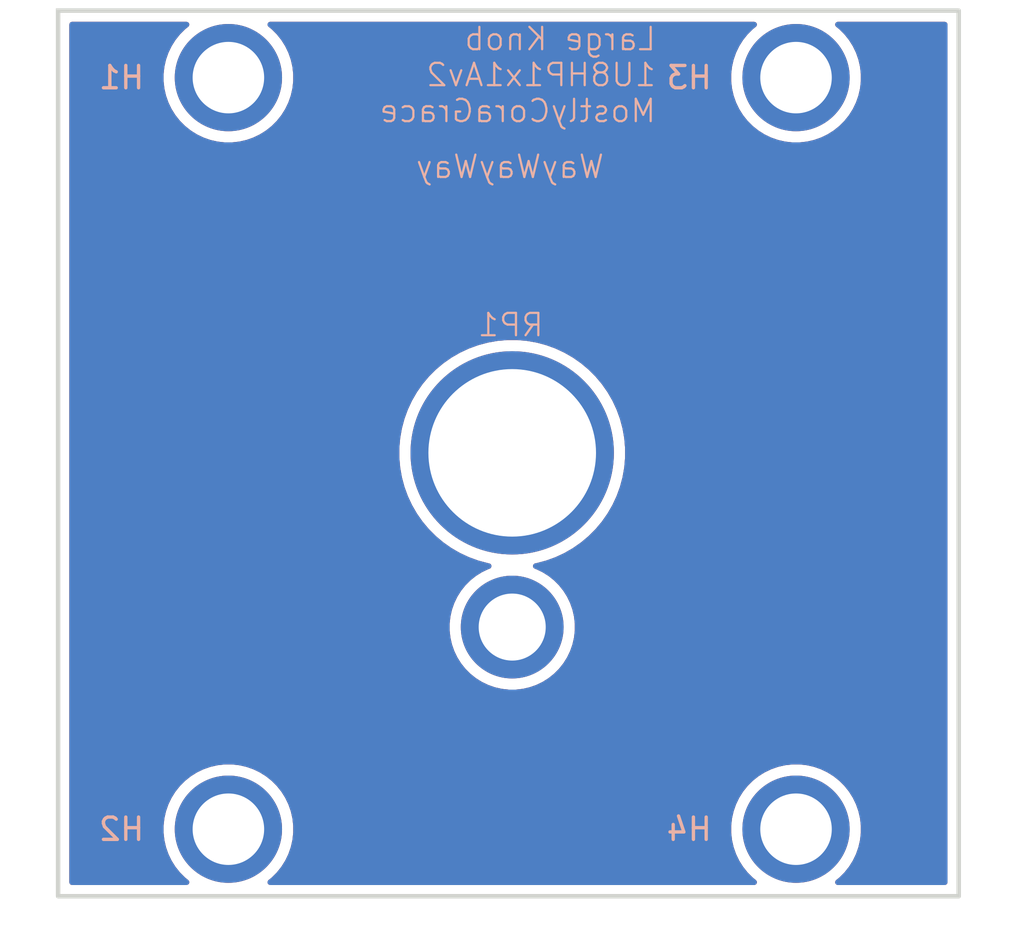
<source format=kicad_pcb>
(kicad_pcb (version 20241229) (generator "pcbnew") (generator_version "9.0")
  (layers (0 "F.Cu" signal) (2 "B.Cu" signal) (13 "F.Paste" user) (15 "B.Paste" user) (5 "F.SilkS" user "F.Silkscreen") (7 "B.SilkS" user "B.Silkscreen") (1 "F.Mask" user) (3 "B.Mask" user) (25 "Edge.Cuts" user))
  (net 0 "")
  (footprint "EXC:MountingHole_3.2mm_M3" (layer "F.Cu") (at 7.62 5.425)
    (property "Reference" "H1" (at -3.683 0 0) (layer "B.SilkS") (effects (justify left mirror)))
    (property "Value" "Eurorack_M3_MountingHole")
    (pad "" thru_hole circle (at 0 0) (size 4.8 4.8) (drill 3.2) (layers "*.Cu" "*.Mask"))
  )
  (footprint "EXC:MountingHole_3.2mm_M3" (layer "F.Cu") (at 33.02 5.425)
    (property "Reference" "H3" (at -3.683 0 0) (layer "B.SilkS") (effects (justify left mirror)))
    (property "Value" "Eurorack_M3_MountingHole")
    (pad "" thru_hole circle (at 0 0) (size 4.8 4.8) (drill 3.2) (layers "*.Cu" "*.Mask"))
  )
  (footprint "EXC:Rotary_Potentiometer_M7_Panel_Mount" (layer "F.Cu") (at 20.32 22.225)
    (property "Reference" "RP1" (at -0.07 -5.725 0) (layer "B.SilkS") (effects (font (thickness 0.1)) (justify mirror)))
    (property "Value" "M7_Panel_Mount_Rotary_Potentiometer")
    (pad "" thru_hole circle (at 0 0) (size 9.1 9.1) (drill 7.5) (layers "*.Cu" "*.Mask"))
    (pad "" thru_hole circle (at 0 7.8) (size 4.6 4.6) (drill 3) (layers "*.Cu" "*.Mask"))
  )
  (footprint "EXC:MountingHole_3.2mm_M3" (layer "F.Cu") (at 7.62 39.075)
    (property "Reference" "H2" (at -3.683 0 0) (layer "B.SilkS") (effects (justify left mirror)))
    (property "Value" "Eurorack_M3_MountingHole")
    (pad "" thru_hole circle (at 0 0) (size 4.8 4.8) (drill 3.2) (layers "*.Cu" "*.Mask"))
  )
  (footprint "EXC:MountingHole_3.2mm_M3" (layer "F.Cu") (at 33.02 39.075)
    (property "Reference" "H4" (at -3.683 0 0) (layer "B.SilkS") (effects (justify left mirror)))
    (property "Value" "Eurorack_M3_MountingHole")
    (pad "" thru_hole circle (at 0 0) (size 4.8 4.8) (drill 3.2) (layers "*.Cu" "*.Mask"))
  )
  (gr_rect (start 0 2.425) (end 40.3 42.075) (stroke (width 0.2)) (fill no) (layer "Edge.Cuts"))
  (gr_text "WayWayWay" (at 24.5 10 0) (layer "B.SilkS") (effects (font (size 1 1) (thickness 0.1)) (justify left bottom mirror)))
  (gr_text "Large Knob\n1U8HP1x1Av2\nMostlyCoraGrace" (at 26.82 7.5 0) (layer "B.SilkS") (effects (font (size 1 1) (thickness 0.1)) (justify left bottom mirror)))
  (zone (net 0) (net_name "") (layers "F.Cu" "B.Cu") (connect_pads (clearance 0.5)) (min_thickness 0.25) (fill yes (thermal_gap 0.5) (thermal_bridge_width 0.5) (island_removal_mode 1) (island_area_min 10))
    (polygon (pts (xy 0 2.425) (xy 40.3 2.425) (xy 40.3 42.075) (xy 0 42.075)))
  )
)
</source>
